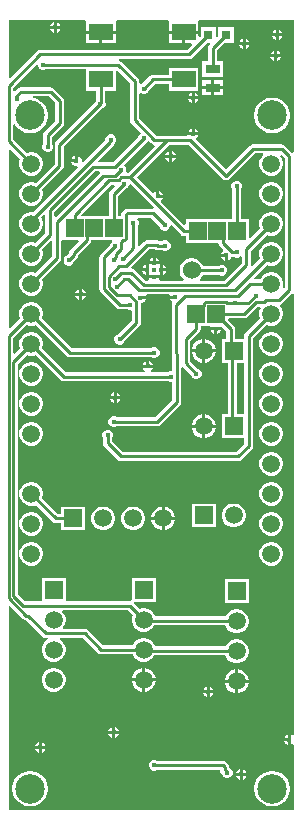
<source format=gbl>
G04*
G04 #@! TF.GenerationSoftware,Altium Limited,Altium Designer,22.2.1 (43)*
G04*
G04 Layer_Physical_Order=2*
G04 Layer_Color=16711680*
%FSLAX25Y25*%
%MOIN*%
G70*
G04*
G04 #@! TF.SameCoordinates,3363FF5D-1BA6-4910-A2F9-43927B8BDF9C*
G04*
G04*
G04 #@! TF.FilePolarity,Positive*
G04*
G01*
G75*
%ADD12C,0.01000*%
%ADD59C,0.05937*%
%ADD60C,0.09843*%
%ADD61C,0.05906*%
%ADD62R,0.05906X0.05906*%
%ADD63R,0.05906X0.05906*%
%ADD64C,0.01575*%
%ADD65R,0.07874X0.05512*%
%ADD66R,0.03150X0.03150*%
%ADD67R,0.04921X0.03150*%
%ADD68R,0.06000X0.06000*%
%ADD69C,0.06000*%
G36*
X445471Y351377D02*
X445408Y351329D01*
X444971Y351192D01*
X442581Y353581D01*
X442085Y353913D01*
X441500Y354029D01*
X432000D01*
X431415Y353913D01*
X430919Y353581D01*
X423000Y345663D01*
X412935Y355728D01*
X412980Y355952D01*
X413482Y356455D01*
X413695Y356967D01*
X410083D01*
X410053Y356922D01*
X399741D01*
X394029Y362633D01*
Y370884D01*
X394529Y371062D01*
X395145Y370807D01*
X395855D01*
X396513Y371079D01*
X397015Y371582D01*
X397273Y372205D01*
X399165Y374097D01*
X403842D01*
Y371870D01*
X413717D01*
Y379382D01*
X403842D01*
Y377155D01*
X398532D01*
X397946Y377039D01*
X397450Y376707D01*
X395110Y374368D01*
X394529Y374127D01*
X394029Y374305D01*
Y375000D01*
X393913Y375585D01*
X393581Y376081D01*
X388081Y381581D01*
X387585Y381913D01*
X387296Y381971D01*
X387345Y382471D01*
X410547D01*
X411132Y382587D01*
X411629Y382919D01*
X416635Y387925D01*
X417562D01*
X417754Y387463D01*
X417419Y387128D01*
X417087Y386632D01*
X416971Y386047D01*
Y381724D01*
X415039D01*
Y376575D01*
X421961D01*
Y381724D01*
X420029D01*
Y385413D01*
X422541Y387925D01*
X425528D01*
Y393074D01*
X420378D01*
Y390153D01*
X420099Y389930D01*
X419622Y390140D01*
Y393074D01*
X414473D01*
Y390153D01*
X414193Y389929D01*
X413717Y390139D01*
Y390874D01*
X409280D01*
Y387618D01*
X411349D01*
X411541Y387156D01*
X409914Y385529D01*
X361000D01*
X360415Y385413D01*
X359919Y385081D01*
X350991Y376154D01*
X350529Y376346D01*
Y395471D01*
X375925D01*
X376283Y395130D01*
X376283Y394971D01*
Y391874D01*
X381220D01*
X386157D01*
Y394971D01*
X386157Y395130D01*
X386516Y395471D01*
X403484D01*
X403842Y395130D01*
Y391874D01*
X408780D01*
X413717D01*
Y395130D01*
X414075Y395471D01*
X445471D01*
Y351377D01*
D02*
G37*
G36*
X360213Y380343D02*
Y380145D01*
X360485Y379487D01*
X360987Y378985D01*
X361645Y378713D01*
X362355D01*
X362978Y378971D01*
X376283D01*
Y371870D01*
X379691D01*
Y368719D01*
X379485Y368513D01*
X379227Y367890D01*
X366316Y354979D01*
X365985Y354483D01*
X365868Y353898D01*
Y347531D01*
X359534Y341197D01*
X359532Y341198D01*
X358523Y341469D01*
X357477D01*
X356468Y341198D01*
X355563Y340676D01*
X354824Y339937D01*
X354302Y339032D01*
X354031Y338022D01*
Y336978D01*
X354302Y335968D01*
X354824Y335063D01*
X355563Y334324D01*
X356468Y333802D01*
X357477Y333531D01*
X358523D01*
X359532Y333802D01*
X360437Y334324D01*
X361176Y335063D01*
X361698Y335968D01*
X361968Y336978D01*
Y338022D01*
X361698Y339032D01*
X361697Y339034D01*
X368479Y345816D01*
X368811Y346312D01*
X368927Y346898D01*
Y353264D01*
X381390Y365727D01*
X382013Y365985D01*
X382515Y366488D01*
X382787Y367144D01*
Y367856D01*
X382750Y367946D01*
Y371870D01*
X386157D01*
Y378473D01*
X386658Y378680D01*
X390971Y374366D01*
Y362000D01*
X391087Y361415D01*
X391419Y360919D01*
X394565Y357772D01*
X394520Y357548D01*
X394018Y357045D01*
X393760Y356422D01*
X385452Y348115D01*
X380396D01*
X380204Y348577D01*
X385472Y353844D01*
X385672Y354144D01*
X386015Y354487D01*
X386287Y355145D01*
Y355855D01*
X386015Y356512D01*
X385512Y357015D01*
X384856Y357287D01*
X384144D01*
X383488Y357015D01*
X382985Y356512D01*
X382713Y355855D01*
Y355411D01*
X375315Y348013D01*
X375185Y348050D01*
X374853Y348259D01*
Y348855D01*
X374581Y349513D01*
X374078Y350015D01*
X373566Y350228D01*
Y348500D01*
X373066D01*
Y348000D01*
X371338D01*
X371550Y347487D01*
X372053Y346985D01*
X372710Y346713D01*
X373307D01*
X373515Y346381D01*
X373552Y346251D01*
X358718Y331416D01*
X358523Y331469D01*
X357477D01*
X356468Y331198D01*
X355563Y330676D01*
X354824Y329937D01*
X354302Y329032D01*
X354031Y328023D01*
Y326977D01*
X354302Y325968D01*
X354824Y325063D01*
X355563Y324324D01*
X356468Y323802D01*
X357477Y323532D01*
X358523D01*
X359532Y323802D01*
X360437Y324324D01*
X361176Y325063D01*
X361698Y325968D01*
X361968Y326977D01*
Y328023D01*
X361698Y329032D01*
X361318Y329690D01*
X362231Y330604D01*
X362693Y330412D01*
Y324356D01*
X359534Y321197D01*
X359532Y321198D01*
X358523Y321468D01*
X357477D01*
X356468Y321198D01*
X355563Y320676D01*
X354824Y319937D01*
X354302Y319032D01*
X354031Y318022D01*
Y316978D01*
X354302Y315968D01*
X354824Y315063D01*
X355563Y314324D01*
X356468Y313802D01*
X357477Y313531D01*
X358523D01*
X359532Y313802D01*
X360437Y314324D01*
X361176Y315063D01*
X361698Y315968D01*
X361968Y316978D01*
Y318022D01*
X361698Y319032D01*
X361697Y319034D01*
X364509Y321846D01*
X364971Y321654D01*
Y316634D01*
X359534Y311197D01*
X359532Y311198D01*
X358523Y311469D01*
X357477D01*
X356468Y311198D01*
X355563Y310676D01*
X354824Y309937D01*
X354302Y309032D01*
X354031Y308022D01*
Y306978D01*
X354302Y305968D01*
X354824Y305063D01*
X355563Y304324D01*
X356468Y303802D01*
X357477Y303532D01*
X358523D01*
X359532Y303802D01*
X360437Y304324D01*
X361176Y305063D01*
X361698Y305968D01*
X361968Y306978D01*
Y308022D01*
X361698Y309032D01*
X361697Y309034D01*
X367581Y314919D01*
X367913Y315415D01*
X368029Y316000D01*
Y321929D01*
X368500Y322000D01*
Y322000D01*
X373684D01*
X373875Y321538D01*
X371100Y318763D01*
X370769Y318267D01*
X370652Y317682D01*
Y317608D01*
X370149Y317105D01*
X369562Y316862D01*
X369059Y316359D01*
X368787Y315702D01*
Y314991D01*
X369059Y314334D01*
X369562Y313831D01*
X370219Y313559D01*
X370930D01*
X371587Y313831D01*
X372090Y314334D01*
X372362Y314991D01*
Y314992D01*
X373263Y315893D01*
X373595Y316389D01*
X373711Y316974D01*
Y317048D01*
X377581Y320919D01*
X377913Y321415D01*
X378029Y322000D01*
X384827D01*
X384953Y321626D01*
X384962Y321500D01*
X384485Y321022D01*
X384227Y320399D01*
X381219Y317392D01*
X380888Y316896D01*
X380771Y316311D01*
Y305719D01*
X380888Y305133D01*
X381219Y304637D01*
X386438Y299419D01*
X386934Y299087D01*
X387519Y298971D01*
X390022D01*
X390645Y298713D01*
X391355D01*
X391545Y298586D01*
Y295208D01*
X387110Y290773D01*
X386488Y290515D01*
X385985Y290013D01*
X385713Y289355D01*
Y288645D01*
X385985Y287987D01*
X386488Y287485D01*
X387144Y287213D01*
X387856D01*
X388512Y287485D01*
X389015Y287987D01*
X389273Y288610D01*
X394156Y293493D01*
X394488Y293989D01*
X394604Y294575D01*
Y301147D01*
X394790D01*
X395447Y301419D01*
X395950Y301922D01*
X396162Y302434D01*
X394434D01*
Y303434D01*
X396162D01*
X396147Y303471D01*
X396481Y303971D01*
X403982D01*
X404260Y303555D01*
X404238Y303500D01*
X405965D01*
Y302500D01*
X404238D01*
X404450Y301988D01*
X404953Y301485D01*
X405049Y301166D01*
X405012Y301111D01*
X404896Y300526D01*
Y284375D01*
X405012Y283790D01*
X405045Y283740D01*
Y278414D01*
X404855Y278287D01*
X404144D01*
X403522Y278029D01*
X398136D01*
X398009Y278322D01*
X397982Y278529D01*
X398441Y278988D01*
X398653Y279500D01*
X395198D01*
X395410Y278988D01*
X395868Y278529D01*
X395842Y278322D01*
X395715Y278029D01*
X369634D01*
X361697Y285966D01*
X361698Y285968D01*
X361968Y286978D01*
Y288022D01*
X361698Y289032D01*
X361176Y289937D01*
X360437Y290676D01*
X359532Y291198D01*
X358523Y291469D01*
X357477D01*
X356468Y291198D01*
X355563Y290676D01*
X354824Y289937D01*
X354302Y289032D01*
X354031Y288022D01*
Y286978D01*
X354302Y285968D01*
X354303Y285966D01*
X352491Y284154D01*
X352029Y284346D01*
Y289367D01*
X356466Y293803D01*
X356468Y293802D01*
X357477Y293531D01*
X358523D01*
X359532Y293802D01*
X359534Y293803D01*
X369919Y283419D01*
X370415Y283087D01*
X371000Y282971D01*
X398022D01*
X398644Y282713D01*
X399356D01*
X400012Y282985D01*
X400515Y283488D01*
X400787Y284144D01*
Y284856D01*
X400515Y285512D01*
X400012Y286015D01*
X399356Y286287D01*
X398644D01*
X398022Y286029D01*
X371634D01*
X361697Y295966D01*
X361698Y295968D01*
X361968Y296977D01*
Y298023D01*
X361698Y299032D01*
X361176Y299937D01*
X360437Y300676D01*
X359532Y301198D01*
X358523Y301468D01*
X357477D01*
X356468Y301198D01*
X355563Y300676D01*
X354824Y299937D01*
X354302Y299032D01*
X354031Y298023D01*
Y296977D01*
X354302Y295968D01*
X354303Y295966D01*
X350991Y292654D01*
X350529Y292846D01*
Y352154D01*
X350991Y352346D01*
X354303Y349034D01*
X354302Y349032D01*
X354031Y348023D01*
Y346977D01*
X354302Y345968D01*
X354824Y345063D01*
X355563Y344324D01*
X356468Y343802D01*
X357477Y343531D01*
X358523D01*
X359532Y343802D01*
X360437Y344324D01*
X361176Y345063D01*
X361698Y345968D01*
X361968Y346977D01*
Y348023D01*
X361698Y349032D01*
X361176Y349937D01*
X360437Y350676D01*
X359532Y351198D01*
X358523Y351468D01*
X357477D01*
X356468Y351198D01*
X356466Y351197D01*
X352029Y355633D01*
Y360471D01*
X352529Y360622D01*
X353046Y359848D01*
X353871Y359023D01*
X354841Y358375D01*
X355919Y357929D01*
X357063Y357701D01*
X358229D01*
X359373Y357929D01*
X360451Y358375D01*
X361421Y359023D01*
X362245Y359848D01*
X362894Y360818D01*
X363340Y361896D01*
X363567Y363040D01*
Y364206D01*
X363340Y365350D01*
X362894Y366428D01*
X362245Y367398D01*
X361421Y368222D01*
X360451Y368871D01*
X359373Y369317D01*
X358601Y369471D01*
X358650Y369971D01*
X363866D01*
X365971Y367866D01*
Y361633D01*
X362419Y358081D01*
X362087Y357585D01*
X361971Y357000D01*
Y354197D01*
X361713Y353574D01*
Y352863D01*
X361985Y352206D01*
X362488Y351703D01*
X363144Y351431D01*
X363856D01*
X364512Y351703D01*
X365015Y352206D01*
X365287Y352863D01*
Y353574D01*
X365029Y354197D01*
Y356366D01*
X368581Y359919D01*
X368913Y360415D01*
X369029Y361000D01*
Y368500D01*
X368913Y369085D01*
X368581Y369581D01*
X365581Y372581D01*
X365085Y372913D01*
X364500Y373029D01*
X354500D01*
X353915Y372913D01*
X353419Y372581D01*
X352491Y371654D01*
X352029Y371846D01*
Y372867D01*
X359713Y380550D01*
X360213Y380343D01*
D02*
G37*
G36*
X398026Y354311D02*
X398522Y353979D01*
X399012Y353882D01*
X399259Y353422D01*
X390400Y344563D01*
X389956Y344590D01*
X389686Y345011D01*
X389755Y345177D01*
Y345888D01*
X389482Y346545D01*
X388980Y347048D01*
X388935Y347272D01*
X395922Y354260D01*
X396545Y354518D01*
X397048Y355020D01*
X397272Y355065D01*
X398026Y354311D01*
D02*
G37*
G36*
X398872Y332965D02*
X398626Y332504D01*
X398500Y332529D01*
X390086D01*
X389500Y332413D01*
X389004Y332081D01*
X388419Y331496D01*
X388087Y330999D01*
X387971Y330414D01*
Y330000D01*
X387029D01*
Y336866D01*
X389315Y339152D01*
X389938Y339410D01*
X390441Y339913D01*
X390668Y340462D01*
X391175Y340663D01*
X398872Y332965D01*
D02*
G37*
G36*
X385902Y340065D02*
X384419Y338581D01*
X384087Y338085D01*
X383971Y337500D01*
Y330000D01*
X374816D01*
X374625Y330462D01*
X384690Y340527D01*
X385711D01*
X385902Y340065D01*
D02*
G37*
G36*
X380820Y344874D02*
X380893Y344556D01*
X366214Y329876D01*
X365752Y330068D01*
Y331589D01*
X379219Y345056D01*
X380701D01*
X380820Y344874D01*
D02*
G37*
G36*
X421919Y342419D02*
X422415Y342087D01*
X423000Y341971D01*
X423585Y342087D01*
X424081Y342419D01*
X432633Y350971D01*
X435151D01*
X435358Y350471D01*
X434824Y349937D01*
X434302Y349032D01*
X434031Y348023D01*
Y346977D01*
X434302Y345968D01*
X434824Y345063D01*
X435563Y344324D01*
X436468Y343802D01*
X437477Y343531D01*
X438522D01*
X439532Y343802D01*
X440437Y344324D01*
X441176Y345063D01*
X441698Y345968D01*
X441968Y346977D01*
Y348023D01*
X441698Y349032D01*
X441176Y349937D01*
X441057Y350055D01*
X441222Y350598D01*
X441237Y350600D01*
X442471Y349366D01*
Y306230D01*
X442238Y306052D01*
X441799Y306346D01*
X441968Y306978D01*
Y308022D01*
X441698Y309032D01*
X441176Y309937D01*
X440437Y310676D01*
X439532Y311198D01*
X438522Y311469D01*
X437477D01*
X436468Y311198D01*
X435563Y310676D01*
X434824Y309937D01*
X434302Y309032D01*
X434301Y309029D01*
X432346D01*
X432154Y309491D01*
X436466Y313803D01*
X436468Y313802D01*
X437477Y313531D01*
X438522D01*
X439532Y313802D01*
X440437Y314324D01*
X441176Y315063D01*
X441698Y315968D01*
X441968Y316978D01*
Y318022D01*
X441698Y319032D01*
X441176Y319937D01*
X440437Y320676D01*
X439532Y321198D01*
X438522Y321468D01*
X437477D01*
X436468Y321198D01*
X435563Y320676D01*
X434824Y319937D01*
X434302Y319032D01*
X434031Y318022D01*
Y316978D01*
X434302Y315968D01*
X434303Y315966D01*
X431673Y313335D01*
X431212Y313582D01*
X431237Y313707D01*
Y318574D01*
X436466Y323803D01*
X436468Y323802D01*
X437477Y323532D01*
X438522D01*
X439532Y323802D01*
X440437Y324324D01*
X441176Y325063D01*
X441698Y325968D01*
X441968Y326977D01*
Y328023D01*
X441698Y329032D01*
X441176Y329937D01*
X440437Y330676D01*
X439532Y331198D01*
X438522Y331469D01*
X437477D01*
X436468Y331198D01*
X435563Y330676D01*
X434824Y329937D01*
X434302Y329032D01*
X434031Y328023D01*
Y326977D01*
X434302Y325968D01*
X434303Y325966D01*
X430962Y322625D01*
X430500Y322816D01*
Y329000D01*
X428029D01*
Y339022D01*
X428287Y339645D01*
Y340355D01*
X428015Y341013D01*
X427513Y341515D01*
X426856Y341787D01*
X426145D01*
X425488Y341515D01*
X424985Y341013D01*
X424713Y340355D01*
Y339645D01*
X424971Y339022D01*
Y329000D01*
X409500D01*
Y327316D01*
X409038Y327125D01*
X401393Y334770D01*
X401412Y335384D01*
X401732Y335705D01*
X401945Y336217D01*
X400217D01*
Y336717D01*
X399717D01*
Y338445D01*
X399205Y338232D01*
X398702Y337730D01*
X398478Y337685D01*
X393163Y343000D01*
X404026Y353863D01*
X410474D01*
X421919Y342419D01*
D02*
G37*
G36*
X400727Y326610D02*
X400985Y325988D01*
X401487Y325485D01*
X402144Y325213D01*
X402855D01*
X403512Y325485D01*
X404015Y325988D01*
X404287Y326644D01*
Y326843D01*
X404787Y327050D01*
X407919Y323919D01*
X408415Y323587D01*
X409000Y323471D01*
X409500D01*
Y321000D01*
X420402D01*
X420501Y320500D01*
X420833Y320004D01*
X421870Y318967D01*
X421801Y318329D01*
X421485Y318012D01*
X421272Y317500D01*
X423000D01*
Y317000D01*
X423500D01*
Y315272D01*
X424013Y315485D01*
X424515Y315987D01*
X424737Y316523D01*
X425000Y316471D01*
X425522D01*
X426145Y316213D01*
X426856D01*
X427513Y316485D01*
X427678Y316650D01*
X428178Y316443D01*
Y314341D01*
X422367Y308529D01*
X414393D01*
X414186Y309029D01*
X414701Y309544D01*
X415227Y310456D01*
X415231Y310471D01*
X420522D01*
X421144Y310213D01*
X421855D01*
X422512Y310485D01*
X423015Y310987D01*
X423287Y311645D01*
Y312355D01*
X423015Y313013D01*
X422512Y313515D01*
X421855Y313787D01*
X421144D01*
X420522Y313529D01*
X415231D01*
X415227Y313544D01*
X414701Y314456D01*
X413956Y315201D01*
X413044Y315727D01*
X412027Y316000D01*
X410973D01*
X409956Y315727D01*
X409044Y315201D01*
X408299Y314456D01*
X407773Y313544D01*
X407500Y312527D01*
Y311473D01*
X407773Y310456D01*
X408299Y309544D01*
X408814Y309029D01*
X408607Y308529D01*
X400911D01*
X400618Y309029D01*
X400731Y309303D01*
X397276D01*
X397390Y309029D01*
X397096Y308529D01*
X396144D01*
X392517Y312156D01*
X392021Y312488D01*
X391594Y312573D01*
X391377Y313064D01*
X397284Y318971D01*
X399349D01*
X399539Y318844D01*
X400124Y318727D01*
X401690D01*
X402313Y318470D01*
X403024D01*
X403681Y318742D01*
X404184Y319244D01*
X404456Y319901D01*
Y320612D01*
X404184Y321269D01*
X403681Y321772D01*
X403024Y322044D01*
X402313D01*
X401690Y321786D01*
X400656D01*
X400466Y321913D01*
X399881Y322029D01*
X396651D01*
X396065Y321913D01*
X395569Y321581D01*
X393991Y320004D01*
X393529Y320195D01*
Y326908D01*
X393787Y327531D01*
Y328242D01*
X393515Y328899D01*
X393443Y328971D01*
X393650Y329471D01*
X397867D01*
X400727Y326610D01*
D02*
G37*
G36*
X445408Y304171D02*
X445471Y304123D01*
Y157210D01*
X444971Y157033D01*
X444500Y157228D01*
Y155500D01*
Y153772D01*
X444971Y153967D01*
X445471Y153790D01*
Y132029D01*
X350529D01*
Y200033D01*
X350991Y200224D01*
X355358Y195858D01*
X355854Y195526D01*
X356424Y195413D01*
X361919Y189919D01*
X362415Y189587D01*
X363000Y189471D01*
X363472D01*
X363606Y188971D01*
X363073Y188663D01*
X362337Y187927D01*
X361817Y187026D01*
X361547Y186020D01*
Y184980D01*
X361817Y183974D01*
X362337Y183073D01*
X363073Y182337D01*
X363974Y181817D01*
X364980Y181547D01*
X366020D01*
X367026Y181817D01*
X367927Y182337D01*
X368663Y183073D01*
X369183Y183974D01*
X369453Y184980D01*
Y186020D01*
X369183Y187026D01*
X368663Y187927D01*
X367927Y188663D01*
X367394Y188971D01*
X367528Y189471D01*
X375203D01*
X380255Y184419D01*
X380751Y184087D01*
X381336Y183971D01*
X391819D01*
X392337Y183073D01*
X393073Y182337D01*
X393974Y181817D01*
X394980Y181547D01*
X396020D01*
X397026Y181817D01*
X397927Y182337D01*
X398663Y183073D01*
X399037Y183721D01*
X422751D01*
X422817Y183474D01*
X423337Y182573D01*
X424073Y181837D01*
X424974Y181317D01*
X425980Y181047D01*
X427020D01*
X428026Y181317D01*
X428927Y181837D01*
X429663Y182573D01*
X430183Y183474D01*
X430453Y184480D01*
Y185520D01*
X430183Y186526D01*
X429663Y187427D01*
X428927Y188163D01*
X428026Y188683D01*
X427020Y188953D01*
X425980D01*
X424974Y188683D01*
X424073Y188163D01*
X423337Y187427D01*
X422963Y186779D01*
X399249D01*
X399183Y187026D01*
X398663Y187927D01*
X397927Y188663D01*
X397026Y189183D01*
X396020Y189453D01*
X394980D01*
X393974Y189183D01*
X393073Y188663D01*
X392337Y187927D01*
X391819Y187029D01*
X381970D01*
X376918Y192081D01*
X376421Y192413D01*
X375836Y192529D01*
X368773D01*
X368581Y192991D01*
X368663Y193073D01*
X369183Y193974D01*
X369453Y194980D01*
Y196020D01*
X369183Y197026D01*
X368663Y197927D01*
X368400Y198190D01*
X368607Y198690D01*
X390147D01*
X391815Y197022D01*
X391547Y196020D01*
Y194980D01*
X391817Y193974D01*
X392337Y193073D01*
X393073Y192337D01*
X393974Y191817D01*
X394980Y191547D01*
X396020D01*
X397026Y191817D01*
X397927Y192337D01*
X398663Y193073D01*
X399037Y193721D01*
X422751D01*
X422817Y193474D01*
X423337Y192573D01*
X424073Y191837D01*
X424974Y191317D01*
X425980Y191047D01*
X427020D01*
X428026Y191317D01*
X428927Y191837D01*
X429663Y192573D01*
X430183Y193474D01*
X430453Y194480D01*
Y195520D01*
X430183Y196526D01*
X429663Y197427D01*
X428927Y198163D01*
X428026Y198683D01*
X427020Y198953D01*
X425980D01*
X424974Y198683D01*
X424073Y198163D01*
X423337Y197427D01*
X422963Y196779D01*
X399249D01*
X399183Y197026D01*
X398663Y197927D01*
X397927Y198663D01*
X397026Y199183D01*
X396020Y199453D01*
X394980D01*
X393978Y199185D01*
X392116Y201047D01*
X392323Y201547D01*
X399453D01*
Y209453D01*
X391547D01*
Y202067D01*
X391547Y202066D01*
X391047Y201696D01*
X390781Y201749D01*
X369453D01*
Y209453D01*
X361547D01*
Y201749D01*
X355914D01*
X353529Y204134D01*
Y280867D01*
X356466Y283803D01*
X356468Y283802D01*
X357477Y283531D01*
X358523D01*
X359532Y283802D01*
X359534Y283803D01*
X367919Y275419D01*
X368415Y275087D01*
X369000Y274971D01*
X403522D01*
X404144Y274713D01*
X404855D01*
X405045Y274586D01*
Y268708D01*
X399366Y263029D01*
X386478D01*
X385856Y263287D01*
X385144D01*
X384488Y263015D01*
X383985Y262512D01*
X383713Y261856D01*
Y261144D01*
X383985Y260488D01*
X384488Y259985D01*
X385144Y259713D01*
X385856D01*
X386478Y259971D01*
X400000D01*
X400585Y260087D01*
X401081Y260419D01*
X407656Y266993D01*
X407988Y267490D01*
X408104Y268075D01*
Y279526D01*
X408604Y279733D01*
X411227Y277110D01*
X411485Y276487D01*
X411987Y275985D01*
X412644Y275713D01*
X413355D01*
X414012Y275985D01*
X414515Y276487D01*
X414787Y277145D01*
Y277855D01*
X414515Y278513D01*
X414012Y279015D01*
X413390Y279273D01*
X411029Y281633D01*
Y288367D01*
X414081Y291419D01*
X414413Y291915D01*
X414529Y292500D01*
Y293500D01*
X417539D01*
X417817Y293084D01*
X417789Y293017D01*
X421629D01*
X421761Y293076D01*
X423015Y291822D01*
Y289134D01*
X421547D01*
Y281228D01*
X423471D01*
Y263953D01*
X421547D01*
Y256047D01*
X428971D01*
Y254134D01*
X426367Y251529D01*
X388633D01*
X385029Y255134D01*
Y256022D01*
X385287Y256645D01*
Y257355D01*
X385015Y258013D01*
X384512Y258515D01*
X383856Y258787D01*
X383144D01*
X382488Y258515D01*
X381985Y258013D01*
X381713Y257355D01*
Y256645D01*
X381971Y256022D01*
Y254500D01*
X382087Y253915D01*
X382419Y253419D01*
X386919Y248919D01*
X387415Y248587D01*
X388000Y248471D01*
X427000D01*
X427585Y248587D01*
X428081Y248919D01*
X431581Y252419D01*
X431913Y252915D01*
X432029Y253500D01*
Y289367D01*
X436466Y293803D01*
X436468Y293802D01*
X437477Y293531D01*
X438522D01*
X439532Y293802D01*
X440437Y294324D01*
X441176Y295063D01*
X441698Y295968D01*
X441968Y296977D01*
Y298023D01*
X441698Y299032D01*
X441176Y299937D01*
X441011Y300101D01*
X441174Y300646D01*
X441581Y300919D01*
X444971Y304308D01*
X445408Y304171D01*
D02*
G37*
G36*
X434551Y299463D02*
X434302Y299032D01*
X434031Y298023D01*
Y296977D01*
X434302Y295968D01*
X434303Y295966D01*
X429419Y291081D01*
X429087Y290585D01*
X428971Y290000D01*
Y289134D01*
X426074D01*
Y292455D01*
X425958Y293040D01*
X425626Y293537D01*
X423692Y295471D01*
X423899Y295971D01*
X429000D01*
X429585Y296087D01*
X430082Y296419D01*
X433559Y299896D01*
X434301D01*
X434551Y299463D01*
D02*
G37*
G36*
X428971Y263953D02*
X426529D01*
Y281228D01*
X428971D01*
Y263953D01*
D02*
G37*
%LPC*%
G36*
X366500Y394728D02*
Y393500D01*
X367728D01*
X367515Y394012D01*
X367013Y394515D01*
X366500Y394728D01*
D02*
G37*
G36*
X365500D02*
X364987Y394515D01*
X364485Y394012D01*
X364272Y393500D01*
X365500D01*
Y394728D01*
D02*
G37*
G36*
X367728Y392500D02*
X366500D01*
Y391272D01*
X367013Y391485D01*
X367515Y391987D01*
X367728Y392500D01*
D02*
G37*
G36*
X365500D02*
X364272D01*
X364485Y391987D01*
X364987Y391485D01*
X365500Y391272D01*
Y392500D01*
D02*
G37*
G36*
X440500Y392228D02*
Y391000D01*
X441728D01*
X441515Y391512D01*
X441012Y392015D01*
X440500Y392228D01*
D02*
G37*
G36*
X439500D02*
X438987Y392015D01*
X438485Y391512D01*
X438272Y391000D01*
X439500D01*
Y392228D01*
D02*
G37*
G36*
X441728Y390000D02*
X440500D01*
Y388772D01*
X441012Y388985D01*
X441515Y389488D01*
X441728Y390000D01*
D02*
G37*
G36*
X439500D02*
X438272D01*
X438485Y389488D01*
X438987Y388985D01*
X439500Y388772D01*
Y390000D01*
D02*
G37*
G36*
X429500Y389228D02*
Y388000D01*
X430728D01*
X430515Y388512D01*
X430013Y389015D01*
X429500Y389228D01*
D02*
G37*
G36*
X428500D02*
X427987Y389015D01*
X427485Y388512D01*
X427272Y388000D01*
X428500D01*
Y389228D01*
D02*
G37*
G36*
X408280Y390874D02*
X403842D01*
Y387618D01*
X408280D01*
Y390874D01*
D02*
G37*
G36*
X386157D02*
X381720D01*
Y387618D01*
X386157D01*
Y390874D01*
D02*
G37*
G36*
X380720D02*
X376283D01*
Y387618D01*
X380720D01*
Y390874D01*
D02*
G37*
G36*
X430728Y387000D02*
X429500D01*
Y385772D01*
X430013Y385985D01*
X430515Y386488D01*
X430728Y387000D01*
D02*
G37*
G36*
X428500D02*
X427272D01*
X427485Y386488D01*
X427987Y385985D01*
X428500Y385772D01*
Y387000D01*
D02*
G37*
G36*
X440000Y385228D02*
Y384000D01*
X441228D01*
X441015Y384512D01*
X440513Y385015D01*
X440000Y385228D01*
D02*
G37*
G36*
X439000D02*
X438487Y385015D01*
X437985Y384512D01*
X437772Y384000D01*
X439000D01*
Y385228D01*
D02*
G37*
G36*
X441228Y383000D02*
X440000D01*
Y381772D01*
X440513Y381985D01*
X441015Y382488D01*
X441228Y383000D01*
D02*
G37*
G36*
X439000D02*
X437772D01*
X437985Y382488D01*
X438487Y381985D01*
X439000Y381772D01*
Y383000D01*
D02*
G37*
G36*
X421961Y375425D02*
X419000D01*
Y373350D01*
X421961D01*
Y375425D01*
D02*
G37*
G36*
X418000D02*
X415039D01*
Y373350D01*
X418000D01*
Y375425D01*
D02*
G37*
G36*
X421961Y372350D02*
X419000D01*
Y370276D01*
X421961D01*
Y372350D01*
D02*
G37*
G36*
X418000D02*
X415039D01*
Y370276D01*
X418000D01*
Y372350D01*
D02*
G37*
G36*
X412500Y371228D02*
Y370000D01*
X413728D01*
X413515Y370513D01*
X413013Y371015D01*
X412500Y371228D01*
D02*
G37*
G36*
X411500D02*
X410988Y371015D01*
X410485Y370513D01*
X410272Y370000D01*
X411500D01*
Y371228D01*
D02*
G37*
G36*
X413728Y369000D02*
X412500D01*
Y367772D01*
X413013Y367985D01*
X413515Y368488D01*
X413728Y369000D01*
D02*
G37*
G36*
X411500D02*
X410272D01*
X410485Y368488D01*
X410988Y367985D01*
X411500Y367772D01*
Y369000D01*
D02*
G37*
G36*
X412467Y359195D02*
Y357967D01*
X413695D01*
X413482Y358480D01*
X412980Y358982D01*
X412467Y359195D01*
D02*
G37*
G36*
X411467D02*
X410955Y358982D01*
X410452Y358480D01*
X410240Y357967D01*
X411467D01*
Y359195D01*
D02*
G37*
G36*
X438938Y369545D02*
X437772D01*
X436628Y369317D01*
X435550Y368871D01*
X434580Y368222D01*
X433755Y367398D01*
X433107Y366428D01*
X432661Y365350D01*
X432434Y364206D01*
Y363040D01*
X432661Y361896D01*
X433107Y360818D01*
X433755Y359848D01*
X434580Y359023D01*
X435550Y358375D01*
X436628Y357929D01*
X437772Y357701D01*
X438938D01*
X440082Y357929D01*
X441160Y358375D01*
X442130Y359023D01*
X442954Y359848D01*
X443603Y360818D01*
X444049Y361896D01*
X444277Y363040D01*
Y364206D01*
X444049Y365350D01*
X443603Y366428D01*
X442954Y367398D01*
X442130Y368222D01*
X441160Y368871D01*
X440082Y369317D01*
X438938Y369545D01*
D02*
G37*
G36*
X372566Y350228D02*
X372053Y350015D01*
X371550Y349513D01*
X371338Y349000D01*
X372566D01*
Y350228D01*
D02*
G37*
G36*
X375000Y305728D02*
Y304500D01*
X376228D01*
X376015Y305012D01*
X375513Y305515D01*
X375000Y305728D01*
D02*
G37*
G36*
X374000D02*
X373487Y305515D01*
X372985Y305012D01*
X372772Y304500D01*
X374000D01*
Y305728D01*
D02*
G37*
G36*
X376228Y303500D02*
X375000D01*
Y302272D01*
X375513Y302485D01*
X376015Y302988D01*
X376228Y303500D01*
D02*
G37*
G36*
X374000D02*
X372772D01*
X372985Y302988D01*
X373487Y302485D01*
X374000Y302272D01*
Y303500D01*
D02*
G37*
G36*
X397425Y281728D02*
Y280500D01*
X398653D01*
X398441Y281013D01*
X397938Y281515D01*
X397425Y281728D01*
D02*
G37*
G36*
X396425D02*
X395913Y281515D01*
X395410Y281013D01*
X395198Y280500D01*
X396425D01*
Y281728D01*
D02*
G37*
G36*
X405000Y351728D02*
Y350500D01*
X406228D01*
X406015Y351012D01*
X405513Y351515D01*
X405000Y351728D01*
D02*
G37*
G36*
X404000D02*
X403487Y351515D01*
X402985Y351012D01*
X402772Y350500D01*
X404000D01*
Y351728D01*
D02*
G37*
G36*
X406228Y349500D02*
X405000D01*
Y348272D01*
X405513Y348485D01*
X406015Y348988D01*
X406228Y349500D01*
D02*
G37*
G36*
X404000D02*
X402772D01*
X402985Y348988D01*
X403487Y348485D01*
X404000Y348272D01*
Y349500D01*
D02*
G37*
G36*
X400717Y338445D02*
Y337217D01*
X401945D01*
X401732Y337730D01*
X401230Y338232D01*
X400717Y338445D01*
D02*
G37*
G36*
X438522Y341469D02*
X437477D01*
X436468Y341198D01*
X435563Y340676D01*
X434824Y339937D01*
X434302Y339032D01*
X434031Y338022D01*
Y336978D01*
X434302Y335968D01*
X434824Y335063D01*
X435563Y334324D01*
X436468Y333802D01*
X437477Y333531D01*
X438522D01*
X439532Y333802D01*
X440437Y334324D01*
X441176Y335063D01*
X441698Y335968D01*
X441968Y336978D01*
Y338022D01*
X441698Y339032D01*
X441176Y339937D01*
X440437Y340676D01*
X439532Y341198D01*
X438522Y341469D01*
D02*
G37*
G36*
X422500Y316500D02*
X421272D01*
X421485Y315987D01*
X421987Y315485D01*
X422500Y315272D01*
Y316500D01*
D02*
G37*
G36*
X399500Y316224D02*
Y314996D01*
X400728D01*
X400515Y315509D01*
X400012Y316012D01*
X399500Y316224D01*
D02*
G37*
G36*
X398500D02*
X397988Y316012D01*
X397485Y315509D01*
X397272Y314996D01*
X398500D01*
Y316224D01*
D02*
G37*
G36*
X401823Y313905D02*
Y312677D01*
X403050D01*
X402838Y313190D01*
X402335Y313692D01*
X401823Y313905D01*
D02*
G37*
G36*
X396130Y313857D02*
X395617Y313645D01*
X395114Y313142D01*
X394902Y312630D01*
X396130D01*
Y313857D01*
D02*
G37*
G36*
X403050Y311677D02*
X401823D01*
Y310450D01*
X402335Y310662D01*
X402838Y311165D01*
X403050Y311677D01*
D02*
G37*
G36*
X396130Y311630D02*
X394902D01*
X395114Y311117D01*
X395617Y310614D01*
X396130Y310402D01*
Y311630D01*
D02*
G37*
G36*
X400823Y313996D02*
X397130D01*
Y312130D01*
Y310303D01*
X400823D01*
Y312177D01*
Y313996D01*
D02*
G37*
G36*
X421244Y292017D02*
X420017D01*
Y290789D01*
X420529Y291002D01*
X421032Y291504D01*
X421244Y292017D01*
D02*
G37*
G36*
X419017D02*
X417789D01*
X418002Y291504D01*
X418504Y291002D01*
X419017Y290789D01*
Y292017D01*
D02*
G37*
G36*
X416020Y289134D02*
X416000D01*
Y285681D01*
X419453D01*
Y285701D01*
X419183Y286707D01*
X418663Y287608D01*
X417927Y288344D01*
X417026Y288864D01*
X416020Y289134D01*
D02*
G37*
G36*
X415000D02*
X414980D01*
X413974Y288864D01*
X413073Y288344D01*
X412337Y287608D01*
X411817Y286707D01*
X411547Y285701D01*
Y285681D01*
X415000D01*
Y289134D01*
D02*
G37*
G36*
X438522Y291469D02*
X437477D01*
X436468Y291198D01*
X435563Y290676D01*
X434824Y289937D01*
X434302Y289032D01*
X434031Y288022D01*
Y286978D01*
X434302Y285968D01*
X434824Y285063D01*
X435563Y284324D01*
X436468Y283802D01*
X437477Y283531D01*
X438522D01*
X439532Y283802D01*
X440437Y284324D01*
X441176Y285063D01*
X441698Y285968D01*
X441968Y286978D01*
Y288022D01*
X441698Y289032D01*
X441176Y289937D01*
X440437Y290676D01*
X439532Y291198D01*
X438522Y291469D01*
D02*
G37*
G36*
X419453Y284681D02*
X416000D01*
Y281228D01*
X416020D01*
X417026Y281498D01*
X417927Y282018D01*
X418663Y282754D01*
X419183Y283655D01*
X419453Y284661D01*
Y284681D01*
D02*
G37*
G36*
X415000D02*
X411547D01*
Y284661D01*
X411817Y283655D01*
X412337Y282754D01*
X413073Y282018D01*
X413974Y281498D01*
X414980Y281228D01*
X415000D01*
Y284681D01*
D02*
G37*
G36*
X438522Y281469D02*
X437477D01*
X436468Y281198D01*
X435563Y280676D01*
X434824Y279937D01*
X434302Y279032D01*
X434031Y278023D01*
Y276977D01*
X434302Y275968D01*
X434824Y275063D01*
X435563Y274324D01*
X436468Y273802D01*
X437477Y273532D01*
X438522D01*
X439532Y273802D01*
X440437Y274324D01*
X441176Y275063D01*
X441698Y275968D01*
X441968Y276977D01*
Y278023D01*
X441698Y279032D01*
X441176Y279937D01*
X440437Y280676D01*
X439532Y281198D01*
X438522Y281469D01*
D02*
G37*
G36*
X358523D02*
X357477D01*
X356468Y281198D01*
X355563Y280676D01*
X354824Y279937D01*
X354302Y279032D01*
X354031Y278023D01*
Y276977D01*
X354302Y275968D01*
X354824Y275063D01*
X355563Y274324D01*
X356468Y273802D01*
X357477Y273532D01*
X358523D01*
X359532Y273802D01*
X360437Y274324D01*
X361176Y275063D01*
X361698Y275968D01*
X361968Y276977D01*
Y278023D01*
X361698Y279032D01*
X361176Y279937D01*
X360437Y280676D01*
X359532Y281198D01*
X358523Y281469D01*
D02*
G37*
G36*
X386500Y271302D02*
Y270075D01*
X387728D01*
X387515Y270587D01*
X387013Y271090D01*
X386500Y271302D01*
D02*
G37*
G36*
X385500D02*
X384987Y271090D01*
X384485Y270587D01*
X384272Y270075D01*
X385500D01*
Y271302D01*
D02*
G37*
G36*
X387728Y269075D02*
X386500D01*
Y267847D01*
X387013Y268059D01*
X387515Y268562D01*
X387728Y269075D01*
D02*
G37*
G36*
X385500D02*
X384272D01*
X384485Y268562D01*
X384987Y268059D01*
X385500Y267847D01*
Y269075D01*
D02*
G37*
G36*
X438522Y271468D02*
X437477D01*
X436468Y271198D01*
X435563Y270676D01*
X434824Y269937D01*
X434302Y269032D01*
X434031Y268022D01*
Y266978D01*
X434302Y265968D01*
X434824Y265063D01*
X435563Y264324D01*
X436468Y263802D01*
X437477Y263531D01*
X438522D01*
X439532Y263802D01*
X440437Y264324D01*
X441176Y265063D01*
X441698Y265968D01*
X441968Y266978D01*
Y268022D01*
X441698Y269032D01*
X441176Y269937D01*
X440437Y270676D01*
X439532Y271198D01*
X438522Y271468D01*
D02*
G37*
G36*
X358523D02*
X357477D01*
X356468Y271198D01*
X355563Y270676D01*
X354824Y269937D01*
X354302Y269032D01*
X354031Y268022D01*
Y266978D01*
X354302Y265968D01*
X354824Y265063D01*
X355563Y264324D01*
X356468Y263802D01*
X357477Y263531D01*
X358523D01*
X359532Y263802D01*
X360437Y264324D01*
X361176Y265063D01*
X361698Y265968D01*
X361968Y266978D01*
Y268022D01*
X361698Y269032D01*
X361176Y269937D01*
X360437Y270676D01*
X359532Y271198D01*
X358523Y271468D01*
D02*
G37*
G36*
X416020Y263953D02*
X416000D01*
Y260500D01*
X419453D01*
Y260520D01*
X419183Y261526D01*
X418663Y262427D01*
X417927Y263163D01*
X417026Y263683D01*
X416020Y263953D01*
D02*
G37*
G36*
X415000D02*
X414980D01*
X413974Y263683D01*
X413073Y263163D01*
X412337Y262427D01*
X411817Y261526D01*
X411547Y260520D01*
Y260500D01*
X415000D01*
Y263953D01*
D02*
G37*
G36*
X419453Y259500D02*
X416000D01*
Y256047D01*
X416020D01*
X417026Y256317D01*
X417927Y256837D01*
X418663Y257573D01*
X419183Y258474D01*
X419453Y259480D01*
Y259500D01*
D02*
G37*
G36*
X415000D02*
X411547D01*
Y259480D01*
X411817Y258474D01*
X412337Y257573D01*
X413073Y256837D01*
X413974Y256317D01*
X414980Y256047D01*
X415000D01*
Y259500D01*
D02*
G37*
G36*
X438522Y261469D02*
X437477D01*
X436468Y261198D01*
X435563Y260676D01*
X434824Y259937D01*
X434302Y259032D01*
X434031Y258022D01*
Y256978D01*
X434302Y255968D01*
X434824Y255063D01*
X435563Y254324D01*
X436468Y253802D01*
X437477Y253532D01*
X438522D01*
X439532Y253802D01*
X440437Y254324D01*
X441176Y255063D01*
X441698Y255968D01*
X441968Y256978D01*
Y258022D01*
X441698Y259032D01*
X441176Y259937D01*
X440437Y260676D01*
X439532Y261198D01*
X438522Y261469D01*
D02*
G37*
G36*
X358523D02*
X357477D01*
X356468Y261198D01*
X355563Y260676D01*
X354824Y259937D01*
X354302Y259032D01*
X354031Y258022D01*
Y256978D01*
X354302Y255968D01*
X354824Y255063D01*
X355563Y254324D01*
X356468Y253802D01*
X357477Y253532D01*
X358523D01*
X359532Y253802D01*
X360437Y254324D01*
X361176Y255063D01*
X361698Y255968D01*
X361968Y256978D01*
Y258022D01*
X361698Y259032D01*
X361176Y259937D01*
X360437Y260676D01*
X359532Y261198D01*
X358523Y261469D01*
D02*
G37*
G36*
X438522Y251468D02*
X437477D01*
X436468Y251198D01*
X435563Y250676D01*
X434824Y249937D01*
X434302Y249032D01*
X434031Y248023D01*
Y246977D01*
X434302Y245968D01*
X434824Y245063D01*
X435563Y244324D01*
X436468Y243802D01*
X437477Y243531D01*
X438522D01*
X439532Y243802D01*
X440437Y244324D01*
X441176Y245063D01*
X441698Y245968D01*
X441968Y246977D01*
Y248023D01*
X441698Y249032D01*
X441176Y249937D01*
X440437Y250676D01*
X439532Y251198D01*
X438522Y251468D01*
D02*
G37*
G36*
Y241469D02*
X437477D01*
X436468Y241198D01*
X435563Y240676D01*
X434824Y239937D01*
X434302Y239032D01*
X434031Y238022D01*
Y236978D01*
X434302Y235968D01*
X434824Y235063D01*
X435563Y234324D01*
X436468Y233802D01*
X437477Y233531D01*
X438522D01*
X439532Y233802D01*
X440437Y234324D01*
X441176Y235063D01*
X441698Y235968D01*
X441968Y236978D01*
Y238022D01*
X441698Y239032D01*
X441176Y239937D01*
X440437Y240676D01*
X439532Y241198D01*
X438522Y241469D01*
D02*
G37*
G36*
X402520Y233272D02*
X402500D01*
Y229819D01*
X405953D01*
Y229839D01*
X405683Y230845D01*
X405163Y231746D01*
X404427Y232482D01*
X403526Y233002D01*
X402520Y233272D01*
D02*
G37*
G36*
X401500D02*
X401480D01*
X400474Y233002D01*
X399573Y232482D01*
X398837Y231746D01*
X398317Y230845D01*
X398047Y229839D01*
Y229819D01*
X401500D01*
Y233272D01*
D02*
G37*
G36*
X426020Y234272D02*
X424980D01*
X423974Y234002D01*
X423073Y233482D01*
X422337Y232746D01*
X421817Y231845D01*
X421547Y230839D01*
Y229799D01*
X421817Y228793D01*
X422337Y227892D01*
X423073Y227156D01*
X423974Y226636D01*
X424980Y226366D01*
X426020D01*
X427026Y226636D01*
X427927Y227156D01*
X428663Y227892D01*
X429183Y228793D01*
X429453Y229799D01*
Y230839D01*
X429183Y231845D01*
X428663Y232746D01*
X427927Y233482D01*
X427026Y234002D01*
X426020Y234272D01*
D02*
G37*
G36*
X419453D02*
X411547D01*
Y226366D01*
X419453D01*
Y234272D01*
D02*
G37*
G36*
X405953Y228819D02*
X402500D01*
Y225366D01*
X402520D01*
X403526Y225636D01*
X404427Y226156D01*
X405163Y226892D01*
X405683Y227793D01*
X405953Y228799D01*
Y228819D01*
D02*
G37*
G36*
X401500D02*
X398047D01*
Y228799D01*
X398317Y227793D01*
X398837Y226892D01*
X399573Y226156D01*
X400474Y225636D01*
X401480Y225366D01*
X401500D01*
Y228819D01*
D02*
G37*
G36*
X392520Y233272D02*
X391480D01*
X390474Y233002D01*
X389573Y232482D01*
X388837Y231746D01*
X388317Y230845D01*
X388047Y229839D01*
Y228799D01*
X388317Y227793D01*
X388837Y226892D01*
X389573Y226156D01*
X390474Y225636D01*
X391480Y225366D01*
X392520D01*
X393526Y225636D01*
X394427Y226156D01*
X395163Y226892D01*
X395683Y227793D01*
X395953Y228799D01*
Y229839D01*
X395683Y230845D01*
X395163Y231746D01*
X394427Y232482D01*
X393526Y233002D01*
X392520Y233272D01*
D02*
G37*
G36*
X382520D02*
X381480D01*
X380474Y233002D01*
X379573Y232482D01*
X378837Y231746D01*
X378317Y230845D01*
X378047Y229839D01*
Y228799D01*
X378317Y227793D01*
X378837Y226892D01*
X379573Y226156D01*
X380474Y225636D01*
X381480Y225366D01*
X382520D01*
X383526Y225636D01*
X384427Y226156D01*
X385163Y226892D01*
X385683Y227793D01*
X385953Y228799D01*
Y229839D01*
X385683Y230845D01*
X385163Y231746D01*
X384427Y232482D01*
X383526Y233002D01*
X382520Y233272D01*
D02*
G37*
G36*
X358523Y241469D02*
X357477D01*
X356468Y241198D01*
X355563Y240676D01*
X354824Y239937D01*
X354302Y239032D01*
X354031Y238022D01*
Y236978D01*
X354302Y235968D01*
X354824Y235063D01*
X355563Y234324D01*
X356468Y233802D01*
X357477Y233531D01*
X358523D01*
X359532Y233802D01*
X359534Y233803D01*
X365100Y228237D01*
X365596Y227906D01*
X366181Y227789D01*
X368047D01*
Y225366D01*
X375953D01*
Y233272D01*
X368047D01*
Y230848D01*
X366815D01*
X361697Y235966D01*
X361698Y235968D01*
X361968Y236978D01*
Y238022D01*
X361698Y239032D01*
X361176Y239937D01*
X360437Y240676D01*
X359532Y241198D01*
X358523Y241469D01*
D02*
G37*
G36*
X438522Y231469D02*
X437477D01*
X436468Y231198D01*
X435563Y230676D01*
X434824Y229937D01*
X434302Y229032D01*
X434031Y228023D01*
Y226977D01*
X434302Y225968D01*
X434824Y225063D01*
X435563Y224324D01*
X436468Y223802D01*
X437477Y223532D01*
X438522D01*
X439532Y223802D01*
X440437Y224324D01*
X441176Y225063D01*
X441698Y225968D01*
X441968Y226977D01*
Y228023D01*
X441698Y229032D01*
X441176Y229937D01*
X440437Y230676D01*
X439532Y231198D01*
X438522Y231469D01*
D02*
G37*
G36*
X358523D02*
X357477D01*
X356468Y231198D01*
X355563Y230676D01*
X354824Y229937D01*
X354302Y229032D01*
X354031Y228023D01*
Y226977D01*
X354302Y225968D01*
X354824Y225063D01*
X355563Y224324D01*
X356468Y223802D01*
X357477Y223532D01*
X358523D01*
X359532Y223802D01*
X360437Y224324D01*
X361176Y225063D01*
X361698Y225968D01*
X361968Y226977D01*
Y228023D01*
X361698Y229032D01*
X361176Y229937D01*
X360437Y230676D01*
X359532Y231198D01*
X358523Y231469D01*
D02*
G37*
G36*
X438522Y221468D02*
X437477D01*
X436468Y221198D01*
X435563Y220676D01*
X434824Y219937D01*
X434302Y219032D01*
X434031Y218022D01*
Y216978D01*
X434302Y215968D01*
X434824Y215063D01*
X435563Y214324D01*
X436468Y213802D01*
X437477Y213531D01*
X438522D01*
X439532Y213802D01*
X440437Y214324D01*
X441176Y215063D01*
X441698Y215968D01*
X441968Y216978D01*
Y218022D01*
X441698Y219032D01*
X441176Y219937D01*
X440437Y220676D01*
X439532Y221198D01*
X438522Y221468D01*
D02*
G37*
G36*
X358523D02*
X357477D01*
X356468Y221198D01*
X355563Y220676D01*
X354824Y219937D01*
X354302Y219032D01*
X354031Y218022D01*
Y216978D01*
X354302Y215968D01*
X354824Y215063D01*
X355563Y214324D01*
X356468Y213802D01*
X357477Y213531D01*
X358523D01*
X359532Y213802D01*
X360437Y214324D01*
X361176Y215063D01*
X361698Y215968D01*
X361968Y216978D01*
Y218022D01*
X361698Y219032D01*
X361176Y219937D01*
X360437Y220676D01*
X359532Y221198D01*
X358523Y221468D01*
D02*
G37*
G36*
X430453Y208953D02*
X422547D01*
Y201047D01*
X430453D01*
Y208953D01*
D02*
G37*
G36*
X396020Y179453D02*
X396000D01*
Y176000D01*
X399453D01*
Y176020D01*
X399183Y177026D01*
X398663Y177927D01*
X397927Y178663D01*
X397026Y179183D01*
X396020Y179453D01*
D02*
G37*
G36*
X395000D02*
X394980D01*
X393974Y179183D01*
X393073Y178663D01*
X392337Y177927D01*
X391817Y177026D01*
X391547Y176020D01*
Y176000D01*
X395000D01*
Y179453D01*
D02*
G37*
G36*
X427020Y178953D02*
X427000D01*
Y175500D01*
X430453D01*
Y175520D01*
X430183Y176526D01*
X429663Y177427D01*
X428927Y178163D01*
X428026Y178683D01*
X427020Y178953D01*
D02*
G37*
G36*
X426000D02*
X425980D01*
X424974Y178683D01*
X424073Y178163D01*
X423337Y177427D01*
X422817Y176526D01*
X422547Y175520D01*
Y175500D01*
X426000D01*
Y178953D01*
D02*
G37*
G36*
X417500Y173228D02*
Y172000D01*
X418728D01*
X418515Y172512D01*
X418013Y173015D01*
X417500Y173228D01*
D02*
G37*
G36*
X416500D02*
X415987Y173015D01*
X415485Y172512D01*
X415272Y172000D01*
X416500D01*
Y173228D01*
D02*
G37*
G36*
X399453Y175000D02*
X396000D01*
Y171547D01*
X396020D01*
X397026Y171817D01*
X397927Y172337D01*
X398663Y173073D01*
X399183Y173974D01*
X399453Y174980D01*
Y175000D01*
D02*
G37*
G36*
X395000D02*
X391547D01*
Y174980D01*
X391817Y173974D01*
X392337Y173073D01*
X393073Y172337D01*
X393974Y171817D01*
X394980Y171547D01*
X395000D01*
Y175000D01*
D02*
G37*
G36*
X366020Y179453D02*
X364980D01*
X363974Y179183D01*
X363073Y178663D01*
X362337Y177927D01*
X361817Y177026D01*
X361547Y176020D01*
Y174980D01*
X361817Y173974D01*
X362337Y173073D01*
X363073Y172337D01*
X363974Y171817D01*
X364980Y171547D01*
X366020D01*
X367026Y171817D01*
X367927Y172337D01*
X368663Y173073D01*
X369183Y173974D01*
X369453Y174980D01*
Y176020D01*
X369183Y177026D01*
X368663Y177927D01*
X367927Y178663D01*
X367026Y179183D01*
X366020Y179453D01*
D02*
G37*
G36*
X430453Y174500D02*
X427000D01*
Y171047D01*
X427020D01*
X428026Y171317D01*
X428927Y171837D01*
X429663Y172573D01*
X430183Y173474D01*
X430453Y174480D01*
Y174500D01*
D02*
G37*
G36*
X426000D02*
X422547D01*
Y174480D01*
X422817Y173474D01*
X423337Y172573D01*
X424073Y171837D01*
X424974Y171317D01*
X425980Y171047D01*
X426000D01*
Y174500D01*
D02*
G37*
G36*
X418728Y171000D02*
X417500D01*
Y169772D01*
X418013Y169985D01*
X418515Y170487D01*
X418728Y171000D01*
D02*
G37*
G36*
X416500D02*
X415272D01*
X415485Y170487D01*
X415987Y169985D01*
X416500Y169772D01*
Y171000D01*
D02*
G37*
G36*
X386000Y159728D02*
Y158500D01*
X387228D01*
X387015Y159012D01*
X386512Y159515D01*
X386000Y159728D01*
D02*
G37*
G36*
X385000D02*
X384488Y159515D01*
X383985Y159012D01*
X383772Y158500D01*
X385000D01*
Y159728D01*
D02*
G37*
G36*
X387228Y157500D02*
X386000D01*
Y156272D01*
X386512Y156485D01*
X387015Y156988D01*
X387228Y157500D01*
D02*
G37*
G36*
X385000D02*
X383772D01*
X383985Y156988D01*
X384488Y156485D01*
X385000Y156272D01*
Y157500D01*
D02*
G37*
G36*
X443500Y157228D02*
X442987Y157015D01*
X442485Y156512D01*
X442272Y156000D01*
X443500D01*
Y157228D01*
D02*
G37*
G36*
Y155000D02*
X442272D01*
X442485Y154488D01*
X442987Y153985D01*
X443500Y153772D01*
Y155000D01*
D02*
G37*
G36*
X361500Y154728D02*
Y153500D01*
X362728D01*
X362515Y154013D01*
X362013Y154515D01*
X361500Y154728D01*
D02*
G37*
G36*
X360500D02*
X359987Y154515D01*
X359485Y154013D01*
X359272Y153500D01*
X360500D01*
Y154728D01*
D02*
G37*
G36*
X362728Y152500D02*
X361500D01*
Y151272D01*
X362013Y151485D01*
X362515Y151988D01*
X362728Y152500D01*
D02*
G37*
G36*
X360500D02*
X359272D01*
X359485Y151988D01*
X359987Y151485D01*
X360500Y151272D01*
Y152500D01*
D02*
G37*
G36*
X428500Y145728D02*
Y144500D01*
X429728D01*
X429515Y145012D01*
X429012Y145515D01*
X428500Y145728D01*
D02*
G37*
G36*
X427500D02*
X426988Y145515D01*
X426485Y145012D01*
X426272Y144500D01*
X427500D01*
Y145728D01*
D02*
G37*
G36*
X399356Y148787D02*
X398644D01*
X397988Y148515D01*
X397485Y148012D01*
X397213Y147355D01*
Y146644D01*
X397485Y145987D01*
X397988Y145485D01*
X398644Y145213D01*
X399356D01*
X399978Y145471D01*
X420984D01*
Y145441D01*
X421100Y144856D01*
X421431Y144360D01*
X421543Y144249D01*
Y144113D01*
X421815Y143456D01*
X422318Y142954D01*
X422974Y142681D01*
X423686D01*
X424342Y142954D01*
X424845Y143456D01*
X425117Y144113D01*
Y144824D01*
X424845Y145481D01*
X424342Y145984D01*
X424042Y146108D01*
Y146332D01*
X423926Y146917D01*
X423594Y147413D01*
X422926Y148081D01*
X422430Y148413D01*
X421844Y148529D01*
X399978D01*
X399356Y148787D01*
D02*
G37*
G36*
X429728Y143500D02*
X428500D01*
Y142272D01*
X429012Y142485D01*
X429515Y142988D01*
X429728Y143500D01*
D02*
G37*
G36*
X427500D02*
X426272D01*
X426485Y142988D01*
X426988Y142485D01*
X427500Y142272D01*
Y143500D01*
D02*
G37*
G36*
X438938Y145134D02*
X437772D01*
X436628Y144907D01*
X435550Y144461D01*
X434580Y143813D01*
X433755Y142988D01*
X433107Y142018D01*
X432661Y140940D01*
X432434Y139796D01*
Y138630D01*
X432661Y137486D01*
X433107Y136408D01*
X433755Y135438D01*
X434580Y134614D01*
X435550Y133965D01*
X436628Y133519D01*
X437772Y133291D01*
X438938D01*
X440082Y133519D01*
X441160Y133965D01*
X442130Y134614D01*
X442954Y135438D01*
X443603Y136408D01*
X444049Y137486D01*
X444277Y138630D01*
Y139796D01*
X444049Y140940D01*
X443603Y142018D01*
X442954Y142988D01*
X442130Y143813D01*
X441160Y144461D01*
X440082Y144907D01*
X438938Y145134D01*
D02*
G37*
G36*
X358229D02*
X357063D01*
X355919Y144907D01*
X354841Y144461D01*
X353871Y143813D01*
X353046Y142988D01*
X352398Y142018D01*
X351952Y140940D01*
X351725Y139796D01*
Y138630D01*
X351952Y137486D01*
X352398Y136408D01*
X353046Y135438D01*
X353871Y134614D01*
X354841Y133965D01*
X355919Y133519D01*
X357063Y133291D01*
X358229D01*
X359373Y133519D01*
X360451Y133965D01*
X361421Y134614D01*
X362245Y135438D01*
X362894Y136408D01*
X363340Y137486D01*
X363567Y138630D01*
Y139796D01*
X363340Y140940D01*
X362894Y142018D01*
X362245Y142988D01*
X361421Y143813D01*
X360451Y144461D01*
X359373Y144907D01*
X358229Y145134D01*
D02*
G37*
%LPD*%
D12*
X423330Y144469D02*
Y144624D01*
X422513Y145441D02*
Y146332D01*
X421844Y147000D02*
X422513Y146332D01*
Y145441D02*
X423330Y144624D01*
X399000Y147000D02*
X421844D01*
X418500Y379086D02*
Y379150D01*
Y386047D02*
X422953Y390500D01*
X418500Y379150D02*
Y386047D01*
X398500Y331000D02*
X402500Y327000D01*
X390086Y331000D02*
X398500D01*
X409000Y325000D02*
X413500D01*
X391000Y343000D02*
X409000Y325000D01*
X388066Y343000D02*
X391000D01*
X385500Y337500D02*
X388925Y340925D01*
X399108Y355392D02*
X403392D01*
X391000Y343000D02*
X403392Y355392D01*
X411108D01*
X386086Y346586D02*
X395533Y356033D01*
X387967Y345533D02*
X387967D01*
X378586Y346586D02*
X386086D01*
X385990Y343556D02*
X387967Y345533D01*
X382056Y343556D02*
X385990D01*
X384056Y342056D02*
X387122D01*
X364222Y332222D02*
X378586Y346586D01*
X392500Y362000D02*
X399108Y355392D01*
X411108D02*
X423000Y343500D01*
X395500Y372594D02*
X398532Y375626D01*
X408780D01*
X387000Y380500D02*
X392500Y375000D01*
X362000Y380500D02*
X387000D01*
X392500Y362000D02*
Y375000D01*
X423000Y343500D02*
X432000Y352500D01*
X381000Y367500D02*
Y367655D01*
X367397Y353898D02*
X381000Y367500D01*
Y367655D02*
X381220Y367876D01*
Y375626D01*
X367397Y346898D02*
Y353898D01*
X361000Y384000D02*
X410547D01*
X417047Y390500D01*
X358000Y327500D02*
Y328536D01*
X384390Y355390D02*
X384500Y355500D01*
X358000Y328536D02*
X384390Y354926D01*
X364222Y323722D02*
Y332222D01*
X384390Y354926D02*
Y355390D01*
X366500Y328000D02*
X382056Y343556D01*
X366500Y316000D02*
Y328000D01*
X353064Y370064D02*
X354500Y371500D01*
X353189Y369110D02*
X353299Y369000D01*
X353189Y369110D02*
Y369938D01*
X353064Y370064D02*
X353189Y369938D01*
X354500Y371500D02*
X364500D01*
X367500Y361000D02*
Y368500D01*
X364500Y371500D02*
X367500Y368500D01*
X363500Y353218D02*
Y357000D01*
X367500Y361000D01*
X372500Y330500D02*
X384056Y342056D01*
X387122D02*
X388066Y343000D01*
X413000Y297500D02*
X415500Y300000D01*
Y300914D01*
X416086Y301500D01*
X422914D01*
X350500Y355000D02*
X358000Y347500D01*
X350500Y355000D02*
Y373500D01*
X361000Y384000D01*
X358000Y337500D02*
X367397Y346898D01*
X432879Y303500D02*
X433000D01*
X430379Y301000D02*
X432879Y303500D01*
X426000Y301000D02*
X430379D01*
X432925Y301425D02*
X435606D01*
X429000Y297500D02*
X432925Y301425D01*
X435606D02*
X436181Y302000D01*
X440500D01*
X419500Y297500D02*
X429000D01*
X409399Y303500D02*
X427000D01*
X431000Y307500D01*
X438000D01*
X406575Y268075D02*
Y284226D01*
X406425Y284375D02*
X406575Y284226D01*
X406425Y284375D02*
Y300526D01*
X409399Y303500D01*
X400000Y261500D02*
X406575Y268075D01*
X423000Y307000D02*
X429707Y313707D01*
X395510Y307000D02*
X423000D01*
X426000Y305500D02*
X438000Y317500D01*
X393931Y305500D02*
X426000D01*
X429707Y313707D02*
Y319207D01*
X422914Y301500D02*
X423414Y301000D01*
X429707Y319207D02*
X438000Y327500D01*
X423414Y301000D02*
X426000D01*
X425000Y318000D02*
X426500D01*
X421914Y321086D02*
X425000Y318000D01*
X413000Y292500D02*
Y297500D01*
X409500Y281000D02*
Y289000D01*
X413000Y292500D01*
X409500Y281000D02*
X413000Y277500D01*
X350500Y202879D02*
Y290000D01*
X358000Y297500D01*
X350500Y202879D02*
X356439Y196939D01*
X357061D02*
X363000Y191000D01*
X356439Y196939D02*
X357061D01*
X352000Y281500D02*
X358000Y287500D01*
X352000Y203500D02*
X355281Y200219D01*
X352000Y203500D02*
Y281500D01*
X355281Y200219D02*
X390781D01*
X395500Y195500D01*
X363000Y191000D02*
X375836D01*
X381336Y185500D02*
X395500D01*
X375836Y191000D02*
X381336Y185500D01*
X395500D02*
X395750Y185250D01*
X426250D02*
X426500Y185000D01*
X395750Y185250D02*
X426250D01*
X395500Y195500D02*
X395750Y195250D01*
X426250D01*
X426500Y195000D01*
X358000Y297500D02*
X371000Y284500D01*
X399000D01*
X385500Y261500D02*
X400000D01*
X369000Y276500D02*
X404500D01*
X358000Y287500D02*
X369000Y276500D01*
X383500Y254500D02*
Y257000D01*
Y254500D02*
X388000Y250000D01*
X427000D01*
X430500Y253500D01*
Y290000D01*
X438000Y297500D01*
X440500Y302000D02*
X444000Y305500D01*
X390431Y309000D02*
X393931Y305500D01*
X391435Y311075D02*
X395510Y307000D01*
X387952Y311075D02*
X391435D01*
X358000Y237500D02*
X366181Y229319D01*
X372000D01*
X358000Y307500D02*
X366500Y316000D01*
X358000Y317500D02*
X364222Y323722D01*
X385500Y326000D02*
Y337500D01*
X372500Y326000D02*
Y330500D01*
X424545Y285588D02*
X425000Y285132D01*
Y260181D02*
Y285132D01*
X424545Y285588D02*
Y292455D01*
X419500Y297500D02*
X424545Y292455D01*
X444000Y305500D02*
Y350000D01*
X441500Y352500D02*
X444000Y350000D01*
X432000Y352500D02*
X441500D01*
X392000Y319293D02*
Y327886D01*
X388500Y315793D02*
X392000Y319293D01*
X388500Y315740D02*
Y315793D01*
X426500Y325000D02*
Y340000D01*
X372182Y316974D02*
Y317682D01*
X370575Y315368D02*
X372182Y316974D01*
X370575Y315347D02*
Y315368D01*
X372182Y317682D02*
X376500Y322000D01*
Y323500D01*
X389500Y330414D02*
X390086Y331000D01*
X389500Y322586D02*
Y330414D01*
X388914Y322000D02*
X389500Y322586D01*
X388661Y322000D02*
X388914D01*
X388075Y321414D02*
X388661Y322000D01*
X388075Y319150D02*
Y321414D01*
X386425Y317501D02*
X388075Y319150D01*
X386425Y316581D02*
Y317501D01*
X385500Y315655D02*
X386425Y316581D01*
X385500Y315500D02*
Y315655D01*
X376500Y323500D02*
X379000Y326000D01*
X382301Y305719D02*
Y316311D01*
X386000Y320010D01*
X382301Y305719D02*
X387519Y300500D01*
X421914Y321086D02*
Y323086D01*
X420000Y325000D02*
X421914Y323086D01*
X387500Y289000D02*
X393075Y294575D01*
X387519Y300500D02*
X391000D01*
X393075Y294575D02*
Y301359D01*
X383801Y309857D02*
X387334Y313391D01*
X389541D02*
X396651Y320500D01*
X383801Y306340D02*
X386523Y303617D01*
X390817D02*
X393075Y301359D01*
X386523Y303617D02*
X390817D01*
X387334Y313391D02*
X389541D01*
X383801Y306340D02*
Y309857D01*
X396651Y320500D02*
X399881D01*
X400124Y320257D02*
X402668D01*
X399881Y320500D02*
X400124Y320257D01*
X386575Y306500D02*
Y306575D01*
X389000Y309000D01*
X385876Y308998D02*
X387952Y311075D01*
X389000Y309000D02*
X390431D01*
X411500Y312000D02*
X421500D01*
D59*
X438000Y277500D02*
D03*
Y347500D02*
D03*
Y337500D02*
D03*
Y327500D02*
D03*
Y317500D02*
D03*
Y307500D02*
D03*
Y297500D02*
D03*
Y287500D02*
D03*
Y267500D02*
D03*
Y257500D02*
D03*
Y247500D02*
D03*
Y237500D02*
D03*
Y227500D02*
D03*
Y217500D02*
D03*
X358000D02*
D03*
Y227500D02*
D03*
Y237500D02*
D03*
Y247500D02*
D03*
Y257500D02*
D03*
Y267500D02*
D03*
Y277500D02*
D03*
Y287500D02*
D03*
Y297500D02*
D03*
Y307500D02*
D03*
Y317500D02*
D03*
Y327500D02*
D03*
Y337500D02*
D03*
Y347500D02*
D03*
D60*
X438355Y363623D02*
D03*
X357646D02*
D03*
Y139213D02*
D03*
X438355D02*
D03*
D61*
X365500Y175500D02*
D03*
Y185500D02*
D03*
Y195500D02*
D03*
X415500Y285181D02*
D03*
X402000Y229319D02*
D03*
X392000D02*
D03*
X382000D02*
D03*
X415500Y260000D02*
D03*
X425500Y230319D02*
D03*
X426500Y195000D02*
D03*
Y185000D02*
D03*
Y175000D02*
D03*
X395500Y195500D02*
D03*
Y185500D02*
D03*
Y175500D02*
D03*
D62*
X365500Y205500D02*
D03*
X426500Y205000D02*
D03*
X395500Y205500D02*
D03*
D63*
X425500Y285181D02*
D03*
X372000Y229319D02*
D03*
X425500Y260000D02*
D03*
X415500Y230319D02*
D03*
D64*
X428000Y144000D02*
D03*
X423330Y144469D02*
D03*
X400217Y336717D02*
D03*
X388925Y340925D02*
D03*
X387967Y345533D02*
D03*
X395533Y356033D02*
D03*
X404500Y350000D02*
D03*
X395500Y372594D02*
D03*
X411967Y357467D02*
D03*
X381000Y367500D02*
D03*
X412000Y369500D02*
D03*
X366000Y393000D02*
D03*
X429000Y387500D02*
D03*
X373066Y348500D02*
D03*
X353299Y369000D02*
D03*
X363500Y353218D02*
D03*
X362000Y380500D02*
D03*
X361000Y153000D02*
D03*
X417000Y171500D02*
D03*
X399000Y147000D02*
D03*
X433000Y303500D02*
D03*
X402500Y327000D02*
D03*
X396925Y280000D02*
D03*
X386000Y269575D02*
D03*
X419517Y292517D02*
D03*
X426000Y301000D02*
D03*
X426500Y318000D02*
D03*
X374500Y304000D02*
D03*
X399004Y309803D02*
D03*
X399000Y314496D02*
D03*
X401323Y312177D02*
D03*
X398976Y312150D02*
D03*
X396630Y312130D02*
D03*
X413000Y277500D02*
D03*
X399000Y284500D02*
D03*
X404500Y276500D02*
D03*
X383500Y257000D02*
D03*
X405965Y303000D02*
D03*
X385500Y261500D02*
D03*
X384500Y355500D02*
D03*
X439500Y383500D02*
D03*
X440000Y390500D02*
D03*
X392000Y327886D02*
D03*
X426500Y340000D02*
D03*
X385500Y158000D02*
D03*
X444000Y155500D02*
D03*
X370575Y315347D02*
D03*
X385500Y315500D02*
D03*
X391000Y300500D02*
D03*
X394434Y302934D02*
D03*
X388500Y315740D02*
D03*
X386000Y320010D02*
D03*
X402668Y320257D02*
D03*
X387500Y289000D02*
D03*
X386575Y306500D02*
D03*
X385876Y308998D02*
D03*
X423000Y317000D02*
D03*
X421500Y312000D02*
D03*
D65*
X408780Y391374D02*
D03*
X381220D02*
D03*
X408780Y375626D02*
D03*
X381220D02*
D03*
D66*
X417048Y390500D02*
D03*
X422953D02*
D03*
D67*
X418500Y379150D02*
D03*
Y372850D02*
D03*
D68*
X385500Y326000D02*
D03*
X379000D02*
D03*
X372500D02*
D03*
X413500Y325000D02*
D03*
X420000D02*
D03*
X426500D02*
D03*
X413000Y297500D02*
D03*
X419500D02*
D03*
D69*
X411500Y312000D02*
D03*
M02*

</source>
